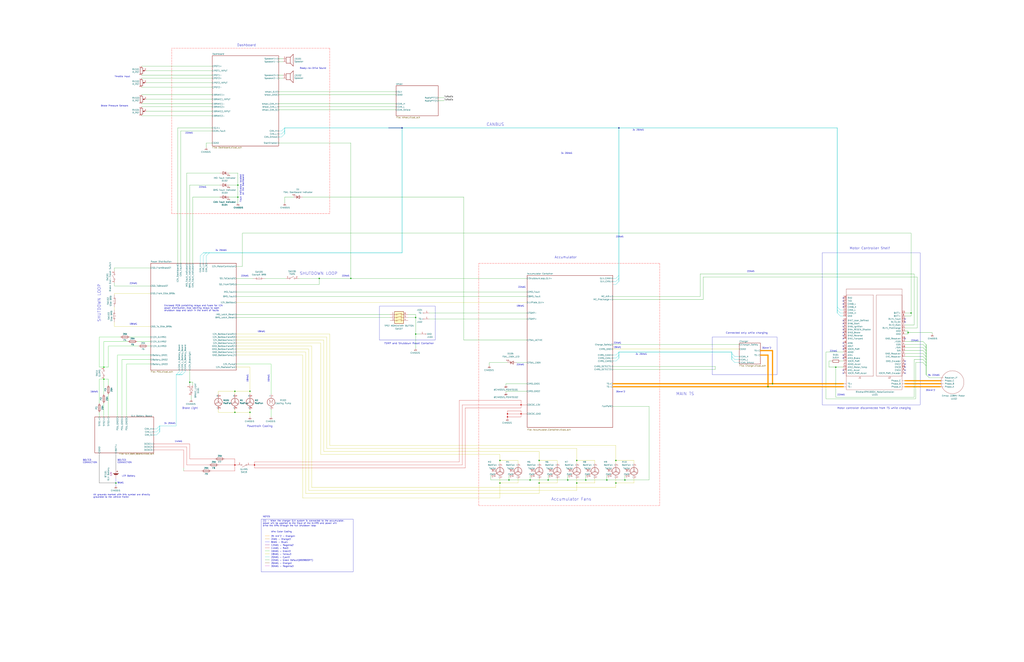
<source format=kicad_sch>
(kicad_sch (version 20230121) (generator eeschema)
  (paper "D")
  (title_block (title "NER 2021-2022 Master Electrical Schematic") (date "2023-02-01") (rev "19") (company "Northeastern Electric Racing") (comment 1 "https://github.com/Northeastern-Electric-Racing/NER") (comment 2 "For authors and other info, contact Chief Electrical Engineer"))
  (junction (at 87.63 309.88) (color 0 194 0 1))
  (junction (at 198.12 392.43) (color 194 0 0 1))
  (junction (at 454.66 407.67))
  (junction (at 486.41 407.67))
  (junction (at 519.43 388.62))
  (junction (at 339.09 107.95))
  (junction (at 494.03 405.13))
  (junction (at 421.64 407.67))
  (junction (at 350.52 281.94))
  (junction (at 486.41 388.62))
  (junction (at 427.99 351.79) (color 194 0 0 1))
  (junction (at 439.42 349.25) (color 194 0 0 1))
  (junction (at 295.91 234.95))
  (junction (at 651.51 323.85))
  (junction (at 521.97 107.95))
  (junction (at 527.05 405.13))
  (junction (at 519.43 407.67))
  (junction (at 160.02 322.58))
  (junction (at 427.99 349.25) (color 194 0 0 1))
  (junction (at 198.12 347.98))
  (junction (at 97.79 407.67))
  (junction (at 462.28 405.13))
  (junction (at 765.81 280.67))
  (junction (at 269.24 234.95))
  (junction (at 198.12 330.2))
  (junction (at 200.66 166.37))
  (junction (at 768.35 264.16))
  (junction (at 421.64 388.62))
  (junction (at 350.52 267.97))
  (junction (at 429.26 405.13))
  (junction (at 214.63 392.43) (color 194 0 0 1))
  (junction (at 454.66 388.62))
  (junction (at 439.42 341.63) (color 194 0 0 1))
  (junction (at 647.7 326.39))
  (junction (at 210.82 330.2))
  (junction (at 478.79 405.13))
  (junction (at 210.82 347.98))
  (junction (at 447.04 405.13))
  (junction (at 87.63 320.04) (color 0 194 0 1))
  (junction (at 511.81 405.13))
  (junction (at 704.85 309.88))
  (junction (at 200.66 156.21))
  (no_connect (at 763.27 314.96))
  (no_connect (at 711.2 283.21))
  (no_connect (at 711.2 251.46))
  (no_connect (at 711.2 273.05))
  (no_connect (at 763.27 304.8))
  (no_connect (at 711.2 299.72))
  (no_connect (at 711.2 292.1))
  (no_connect (at 711.2 285.75))
  (no_connect (at 711.2 278.13))
  (no_connect (at 711.2 302.26))
  (no_connect (at 711.2 314.96))
  (no_connect (at 711.2 275.59))
  (no_connect (at 711.2 259.08))
  (no_connect (at 711.2 289.56))
  (no_connect (at 711.2 280.67))
  (no_connect (at 763.27 307.34))
  (no_connect (at 763.27 271.78))
  (no_connect (at 763.27 309.88))
  (no_connect (at 763.27 285.75))
  (no_connect (at 763.27 312.42))
  (no_connect (at 711.2 256.54))
  (no_connect (at 711.2 254))
  (no_connect (at 711.2 270.51))
  (no_connect (at 711.2 294.64))
  (no_connect (at 711.2 312.42))
  (no_connect (at 763.27 269.24))
  (bus_entry (at 778.51 303.53) (size 2.54 2.54))
  (bus_entry (at 778.51 300.99) (size 2.54 2.54))
  (bus_entry (at 778.51 293.37) (size 2.54 2.54))
  (bus_entry (at 171.45 215.9) (size 2.54 -2.54) (stroke (width 0) (color 0 194 194 1)))
  (bus_entry (at 708.66 266.7) (size -2.54 -2.54) (stroke (width 0) (color 0 194 194 1)))
  (bus_entry (at 617.22 300.99) (size 2.54 2.54) (stroke (width 0) (color 0 194 194 1)))
  (bus_entry (at 156.21 313.69) (size -2.54 2.54) (stroke (width 0) (color 0 194 194 1)))
  (bus_entry (at 708.66 264.16) (size -2.54 -2.54) (stroke (width 0) (color 0 194 194 1)))
  (bus_entry (at 519.43 304.8) (size 2.54 -2.54) (stroke (width 0) (color 0 194 194 1)))
  (bus_entry (at 783.59 318.77) (size -2.54 -2.54))
  (bus_entry (at 778.51 306.07) (size 2.54 2.54))
  (bus_entry (at 519.43 240.03) (size 2.54 -2.54) (stroke (width 0) (color 0 194 194 1)))
  (bus_entry (at 778.51 298.45) (size 2.54 2.54))
  (bus_entry (at 132.08 367.03) (size 2.54 -2.54) (stroke (width 0) (color 0 194 194 1)))
  (bus_entry (at 168.91 215.9) (size 2.54 -2.54) (stroke (width 0) (color 0 194 194 1)))
  (bus_entry (at 151.13 313.69) (size -2.54 2.54) (stroke (width 0) (color 0 194 194 1)))
  (bus_entry (at 132.08 361.95) (size 2.54 -2.54) (stroke (width 0) (color 0 194 194 1)))
  (bus_entry (at 132.08 364.49) (size 2.54 -2.54) (stroke (width 0) (color 0 194 194 1)))
  (bus_entry (at 173.99 215.9) (size 2.54 -2.54) (stroke (width 0) (color 0 194 194 1)))
  (bus_entry (at 519.43 234.95) (size 2.54 -2.54) (stroke (width 0) (color 0 194 194 1)))
  (bus_entry (at 706.12 259.08) (size 2.54 2.54) (stroke (width 0) (color 0 194 194 1)))
  (bus_entry (at 153.67 313.69) (size -2.54 2.54) (stroke (width 0) (color 0 194 194 1)))
  (bus_entry (at 778.51 295.91) (size 2.54 2.54))
  (bus_entry (at 519.43 299.72) (size 2.54 -2.54) (stroke (width 0) (color 0 194 194 1)))
  (bus_entry (at 778.51 288.29) (size 2.54 2.54))
  (bus_entry (at 619.76 300.99) (size -2.54 -2.54) (stroke (width 0) (color 0 194 194 1)))
  (bus_entry (at 237.49 113.03) (size 2.54 -2.54) (stroke (width 0) (color 0 194 194 1)))
  (bus_entry (at 237.49 115.57) (size 2.54 -2.54) (stroke (width 0) (color 0 194 194 1)))
  (bus_entry (at 521.97 299.72) (size -2.54 2.54) (stroke (width 0) (color 0 194 194 1)))
  (bus_entry (at 521.97 234.95) (size -2.54 2.54) (stroke (width 0) (color 0 194 194 1)))
  (bus_entry (at 778.51 290.83) (size 2.54 2.54))
  (bus_entry (at 237.49 110.49) (size 2.54 -2.54) (stroke (width 0) (color 0 194 194 1)))
  (bus_entry (at 619.76 306.07) (size -2.54 -2.54) (stroke (width 0) (color 0 194 194 1)))
  (wire (pts (xy 257.81 416.56) (xy 454.66 416.56)) (stroke (width 0) (color 194 194 0 1)))
  (wire (pts (xy 129.54 374.65) (xy 160.02 374.65)) (stroke (width 0) (color 194 0 0 1)))
  (wire (pts (xy 96.52 241.3) (xy 127 241.3)))
  (bus (pts (xy 240.03 110.49) (xy 240.03 107.95)) (stroke (width 0) (color 0 194 194 1)))
  (bus (pts (xy 617.22 300.99) (xy 617.22 303.53)) (stroke (width 0) (color 0 194 194 1)))
  (bus (pts (xy 521.97 297.18) (xy 617.22 297.18)) (stroke (width 0) (color 0 194 194 1)))
  (wire (pts (xy 387.35 389.89) (xy 214.63 389.89)) (stroke (width 0) (color 194 0 0 1)))
  (wire (pts (xy 511.81 405.13) (xy 494.03 405.13)))
  (wire (pts (xy 210.82 347.98) (xy 210.82 351.79)) (stroke (width 0) (color 194 194 0 1)))
  (wire (pts (xy 516.89 250.19) (xy 590.55 250.19)))
  (wire (pts (xy 275.59 284.48) (xy 275.59 378.46)) (stroke (width 0) (color 194 194 0 1)))
  (wire (pts (xy 96.52 261.62) (xy 96.52 259.08)) (stroke (width 0) (color 194 194 0 1)))
  (wire (pts (xy 763.27 266.7) (xy 768.35 266.7)))
  (bus (pts (xy 521.97 299.72) (xy 521.97 302.26)) (stroke (width 0) (color 0 194 194 1)))
  (wire (pts (xy 763.27 281.94) (xy 765.81 281.94)))
  (wire (pts (xy 711.2 264.16) (xy 708.66 264.16)) (stroke (width 0) (color 0 194 194 1)))
  (wire (pts (xy 234.95 63.5) (xy 238.76 63.5)))
  (wire (pts (xy 160.02 387.35) (xy 181.61 387.35)) (stroke (width 0) (color 194 0 0 1)))
  (wire (pts (xy 91.44 332.74) (xy 91.44 351.79)) (stroke (width 0) (color 0 194 0 1)))
  (wire (pts (xy 148.59 359.41) (xy 134.62 359.41)) (stroke (width 0) (color 0 194 194 1)))
  (wire (pts (xy 119.38 73.66) (xy 179.07 73.66)))
  (wire (pts (xy 516.89 294.64) (xy 623.57 294.64)) (stroke (width 0) (color 194 194 0 1)))
  (wire (pts (xy 454.66 403.86) (xy 454.66 407.67)) (stroke (width 0) (color 194 194 0 1)))
  (wire (pts (xy 184.15 330.2) (xy 184.15 332.74)) (stroke (width 0) (color 194 194 0 1)))
  (polyline (pts (xy 297.815 438.15) (xy 220.345 438.15)))
  (wire (pts (xy 87.63 320.04) (xy 83.82 320.04)) (stroke (width 0) (color 0 194 0 1)))
  (wire (pts (xy 199.39 292.1) (xy 262.89 292.1)) (stroke (width 0) (color 194 194 0 1)))
  (polyline (pts (xy 278.13 180.34) (xy 144.78 180.34)) (stroke (width 0) (type dash) (color 255 0 0 1)))
  (wire (pts (xy 223.52 469.9) (xy 227.33 469.9)) (stroke (width 0) (color 0 194 194 1)))
  (bus (pts (xy 617.22 298.45) (xy 617.22 300.99)) (stroke (width 0) (color 0 194 194 1)))
  (bus (pts (xy 153.67 316.23) (xy 151.13 316.23)) (stroke (width 0) (color 0 194 194 1)))
  (wire (pts (xy 234.95 92.71) (xy 334.01 92.71)))
  (wire (pts (xy 87.63 320.04) (xy 91.44 320.04)) (stroke (width 0) (color 0 194 0 1)))
  (wire (pts (xy 435.61 306.07) (xy 444.5 306.07)))
  (wire (pts (xy 389.89 341.63) (xy 389.89 392.43)) (stroke (width 0) (color 194 0 0 1)))
  (wire (pts (xy 763.27 276.86) (xy 773.43 276.86)))
  (wire (pts (xy 763.27 264.16) (xy 768.35 264.16)))
  (wire (pts (xy 772.16 306.07) (xy 778.51 306.07)))
  (wire (pts (xy 501.65 388.62) (xy 501.65 391.16)) (stroke (width 0) (color 194 194 0 1)))
  (bus (pts (xy 706.12 107.95) (xy 521.97 107.95)) (stroke (width 0) (color 0 194 194 1)))
  (wire (pts (xy 547.37 342.9) (xy 547.37 405.13)))
  (bus (pts (xy 781.05 290.83) (xy 781.05 293.37)) (stroke (width 0) (color 0 150 0 1)))
  (bus (pts (xy 781.05 293.37) (xy 781.05 295.91)) (stroke (width 0) (color 0 150 0 1)))
  (polyline (pts (xy 278.13 40.64) (xy 144.78 40.64)) (stroke (width 0) (type dash) (color 255 0 0 1)))
  (wire (pts (xy 426.72 323.85) (xy 426.72 325.12)))
  (wire (pts (xy 171.45 222.25) (xy 171.45 215.9)) (stroke (width 0) (color 0 194 194 1)))
  (wire (pts (xy 275.59 378.46) (xy 486.41 378.46)) (stroke (width 0) (color 194 194 0 1)))
  (wire (pts (xy 273.05 381) (xy 454.66 381)) (stroke (width 0) (color 194 194 0 1)))
  (wire (pts (xy 421.64 407.67) (xy 436.88 407.67)) (stroke (width 0) (color 194 194 0 1)))
  (wire (pts (xy 127 299.72) (xy 99.06 299.72)) (stroke (width 0) (color 0 194 0 1)))
  (wire (pts (xy 234.95 77.47) (xy 334.01 77.47)))
  (wire (pts (xy 160.02 156.21) (xy 185.42 156.21)))
  (wire (pts (xy 240.03 166.37) (xy 247.65 166.37)))
  (wire (pts (xy 547.37 405.13) (xy 527.05 405.13)))
  (wire (pts (xy 447.04 405.13) (xy 429.26 405.13)))
  (wire (pts (xy 469.9 388.62) (xy 454.66 388.62)) (stroke (width 0) (color 194 194 0 1)))
  (wire (pts (xy 447.04 401.32) (xy 447.04 405.13)))
  (wire (pts (xy 704.85 309.88) (xy 704.85 335.28)))
  (wire (pts (xy 96.52 247.65) (xy 127 247.65)) (stroke (width 0) (color 194 194 0 1)))
  (wire (pts (xy 148.59 316.23) (xy 148.59 359.41)) (stroke (width 0) (color 0 194 194 1)))
  (wire (pts (xy 439.42 341.63) (xy 439.42 344.17)) (stroke (width 0) (color 194 0 0 1)))
  (wire (pts (xy 154.94 394.97) (xy 154.94 397.51)))
  (wire (pts (xy 516.89 290.83) (xy 623.57 290.83)))
  (wire (pts (xy 462.28 401.32) (xy 462.28 405.13)))
  (polyline (pts (xy 775.97 213.36) (xy 775.97 341.63)))
  (wire (pts (xy 486.41 388.62) (xy 486.41 391.16)) (stroke (width 0) (color 194 194 0 1)))
  (wire (pts (xy 119.38 63.5) (xy 179.07 63.5)))
  (polyline (pts (xy 600.71 284.48) (xy 655.32 284.48)))
  (wire (pts (xy 444.5 330.2) (xy 426.72 330.2)))
  (bus (pts (xy 151.13 316.23) (xy 148.59 316.23)) (stroke (width 0) (color 0 194 194 1)))
  (wire (pts (xy 199.39 299.72) (xy 255.27 299.72)) (stroke (width 0) (color 194 194 0 1)))
  (wire (pts (xy 199.39 287.02) (xy 273.05 287.02)) (stroke (width 0) (color 194 194 0 1)))
  (wire (pts (xy 623.57 300.99) (xy 619.76 300.99)) (stroke (width 0) (color 0 194 194 1)))
  (wire (pts (xy 96.52 271.78) (xy 96.52 275.59)) (stroke (width 0) (color 194 194 0 1)))
  (wire (pts (xy 87.63 320.04) (xy 87.63 332.74)) (stroke (width 0) (color 0 194 0 1)))
  (wire (pts (xy 439.42 349.25) (xy 427.99 349.25)) (stroke (width 0) (color 194 0 0 1)))
  (wire (pts (xy 123.19 83.82) (xy 179.07 83.82)))
  (wire (pts (xy 270.51 289.56) (xy 199.39 289.56)) (stroke (width 0) (color 194 194 0 1)))
  (wire (pts (xy 711.2 266.7) (xy 708.66 266.7)) (stroke (width 0) (color 0 194 194 1)))
  (wire (pts (xy 421.64 403.86) (xy 421.64 407.67)) (stroke (width 0) (color 194 194 0 1)))
  (wire (pts (xy 439.42 351.79) (xy 427.99 351.79)) (stroke (width 0) (color 194 0 0 1)))
  (bus (pts (xy 521.97 232.41) (xy 521.97 234.95)) (stroke (width 0) (color 0 194 194 1)))
  (wire (pts (xy 200.66 166.37) (xy 200.66 171.45)))
  (wire (pts (xy 162.56 325.12) (xy 162.56 322.58)))
  (wire (pts (xy 199.39 309.88) (xy 210.82 309.88)) (stroke (width 0) (color 194 194 0 1)))
  (wire (pts (xy 369.57 85.09) (xy 374.65 85.09)))
  (wire (pts (xy 439.42 337.82) (xy 387.35 337.82)) (stroke (width 0) (color 194 0 0 1)))
  (wire (pts (xy 421.64 407.67) (xy 421.64 420.37)) (stroke (width 0) (color 194 194 0 1)))
  (wire (pts (xy 193.04 156.21) (xy 200.66 156.21)))
  (wire (pts (xy 278.13 281.94) (xy 278.13 375.92)) (stroke (width 0) (color 194 194 0 1)))
  (wire (pts (xy 214.63 389.89) (xy 214.63 392.43)) (stroke (width 0) (color 194 0 0 1)))
  (wire (pts (xy 234.95 80.01) (xy 334.01 80.01)))
  (wire (pts (xy 469.9 403.86) (xy 469.9 407.67)) (stroke (width 0) (color 194 194 0 1)))
  (wire (pts (xy 387.35 337.82) (xy 387.35 389.89)) (stroke (width 0) (color 194 0 0 1)))
  (polyline (pts (xy 600.71 316.23) (xy 600.71 284.48)))
  (wire (pts (xy 783.59 318.77) (xy 793.115 318.77)))
  (polyline (pts (xy 403.86 426.72) (xy 403.86 222.25)) (stroke (width 0) (type dash) (color 255 0 0 1)))
  (wire (pts (xy 763.27 326.39) (xy 793.115 326.39)) (stroke (width 1) (color 255 153 0 1)))
  (polyline (pts (xy 367.03 287.02) (xy 367.03 258.445)))
  (wire (pts (xy 641.35 299.72) (xy 647.7 299.72)) (stroke (width 1) (color 255 153 0 1)))
  (bus (pts (xy 521.97 234.95) (xy 521.97 237.49)) (stroke (width 0) (color 0 194 194 1)))
  (wire (pts (xy 623.57 303.53) (xy 619.76 303.53)) (stroke (width 0) (color 0 194 194 1)))
  (wire (pts (xy 516.89 299.72) (xy 519.43 299.72)) (stroke (width 0) (color 0 194 194 1)))
  (wire (pts (xy 768.35 264.16) (xy 768.35 266.7)))
  (wire (pts (xy 270.51 383.54) (xy 421.64 383.54)) (stroke (width 0) (color 194 194 0 1)))
  (wire (pts (xy 641.35 295.91) (xy 651.51 295.91)) (stroke (width 1) (color 255 153 0 1)))
  (wire (pts (xy 204.47 224.79) (xy 199.39 224.79)))
  (wire (pts (xy 763.27 279.4) (xy 765.81 279.4)))
  (wire (pts (xy 501.65 403.86) (xy 501.65 407.67)) (stroke (width 0) (color 194 194 0 1)))
  (wire (pts (xy 486.41 378.46) (xy 486.41 388.62)) (stroke (width 0) (color 194 194 0 1)))
  (wire (pts (xy 97.79 407.67) (xy 83.82 407.67)) (stroke (width 0) (color 0 0 0 1)))
  (bus (pts (xy 339.09 107.95) (xy 521.97 107.95)) (stroke (width 0) (color 0 194 194 1)))
  (wire (pts (xy 153.67 312.42) (xy 153.67 313.69)) (stroke (width 0) (color 0 194 194 1)))
  (wire (pts (xy 519.43 407.67) (xy 534.67 407.67)) (stroke (width 0) (color 194 194 0 1)))
  (wire (pts (xy 96.52 275.59) (xy 127 275.59)) (stroke (width 0) (color 194 194 0 1)))
  (wire (pts (xy 768.35 196.85) (xy 768.35 264.16)))
  (wire (pts (xy 534.67 388.62) (xy 534.67 391.16)) (stroke (width 0) (color 194 194 0 1)))
  (wire (pts (xy 519.43 388.62) (xy 534.67 388.62)) (stroke (width 0) (color 194 194 0 1)))
  (bus (pts (xy 781.05 300.99) (xy 781.05 303.53)) (stroke (width 0) (color 0 150 0 1)))
  (wire (pts (xy 770.89 274.32) (xy 763.27 274.32)))
  (wire (pts (xy 173.99 222.25) (xy 173.99 215.9)) (stroke (width 0) (color 0 194 194 1)))
  (wire (pts (xy 199.39 250.19) (xy 444.5 250.19)))
  (wire (pts (xy 469.9 388.62) (xy 469.9 391.16)) (stroke (width 0) (color 194 194 0 1)))
  (wire (pts (xy 87.63 288.29) (xy 87.63 309.88)) (stroke (width 0) (color 0 194 0 1)))
  (wire (pts (xy 223.52 234.95) (xy 241.3 234.95)))
  (wire (pts (xy 149.86 222.25) (xy 149.86 107.95)))
  (wire (pts (xy 199.39 240.03) (xy 269.24 240.03)))
  (bus (pts (xy 781.05 298.45) (xy 781.05 300.99)) (stroke (width 0) (color 0 150 0 1)))
  (wire (pts (xy 763.27 321.31) (xy 793.115 321.31)) (stroke (width 1) (color 255 153 0 1)))
  (bus (pts (xy 781.05 308.61) (xy 781.05 316.23)) (stroke (width 0) (color 0 150 0 1)))
  (wire (pts (xy 426.72 330.2) (xy 426.72 331.47)))
  (wire (pts (xy 260.35 414.02) (xy 486.41 414.02)) (stroke (width 0) (color 194 194 0 1)))
  (wire (pts (xy 603.25 311.785) (xy 516.89 311.785)))
  (wire (pts (xy 127 226.06) (xy 96.52 226.06)))
  (wire (pts (xy 223.52 454.66) (xy 227.33 454.66)) (stroke (width 0) (color 221 133 0 1)))
  (wire (pts (xy 198.12 392.43) (xy 198.12 397.51)) (stroke (width 0) (color 194 0 0 1)))
  (bus (pts (xy 171.45 213.36) (xy 173.99 213.36)) (stroke (width 0) (color 0 194 194 1)))
  (wire (pts (xy 255.27 166.37) (xy 391.16 166.37)))
  (wire (pts (xy 273.05 287.02) (xy 273.05 381)) (stroke (width 0) (color 194 194 0 1)))
  (wire (pts (xy 501.65 388.62) (xy 486.41 388.62)) (stroke (width 0) (color 194 194 0 1)))
  (wire (pts (xy 199.39 255.27) (xy 444.5 255.27)) (stroke (width 0) (color 194 194 0 1)))
  (wire (pts (xy 260.35 294.64) (xy 260.35 414.02)) (stroke (width 0) (color 194 194 0 1)))
  (wire (pts (xy 223.52 459.74) (xy 227.33 459.74)) (stroke (width 0) (color 132 0 132 1)))
  (wire (pts (xy 87.63 309.88) (xy 91.44 309.88)) (stroke (width 0) (color 0 194 0 1)))
  (wire (pts (xy 439.42 344.17) (xy 392.43 344.17)) (stroke (width 0) (color 194 0 0 1)))
  (wire (pts (xy 516.89 234.95) (xy 519.43 234.95)) (stroke (width 0) (color 0 194 194 1)))
  (wire (pts (xy 392.43 344.17) (xy 392.43 394.97)) (stroke (width 0) (color 194 0 0 1)))
  (wire (pts (xy 162.56 166.37) (xy 185.42 166.37)))
  (wire (pts (xy 436.88 403.86) (xy 436.88 407.67)) (stroke (width 0) (color 194 194 0 1)))
  (polyline (pts (xy 693.42 341.63) (xy 693.42 213.36)))
  (wire (pts (xy 107.95 288.29) (xy 87.63 288.29)) (stroke (width 0) (color 0 194 0 1)))
  (bus (pts (xy 521.97 297.18) (xy 521.97 299.72)) (stroke (width 0) (color 0 194 194 1)))
  (wire (pts (xy 210.82 330.2) (xy 210.82 332.74)) (stroke (width 0) (color 194 194 0 1)))
  (wire (pts (xy 124.46 292.1) (xy 127 292.1)) (stroke (width 0) (color 0 194 0 1)))
  (wire (pts (xy 651.51 295.91) (xy 651.51 323.85)) (stroke (width 1) (color 255 153 0 1)))
  (wire (pts (xy 152.4 110.49) (xy 179.07 110.49)))
  (wire (pts (xy 204.47 196.85) (xy 204.47 224.79)))
  (wire (pts (xy 119.38 90.17) (xy 179.07 90.17)))
  (wire (pts (xy 251.46 234.95) (xy 269.24 234.95)))
  (wire (pts (xy 696.595 336.55) (xy 772.16 336.55)))
  (wire (pts (xy 157.48 392.43) (xy 157.48 377.19)) (stroke (width 0) (color 194 0 0 1)))
  (wire (pts (xy 494.03 405.13) (xy 478.79 405.13)))
  (wire (pts (xy 240.03 171.45) (xy 240.03 166.37)))
  (wire (pts (xy 516.89 323.85) (xy 651.51 323.85)) (stroke (width 1) (color 255 153 0 1)))
  (wire (pts (xy 83.82 309.88) (xy 87.63 309.88)) (stroke (width 0) (color 0 194 0 1)))
  (wire (pts (xy 210.82 309.88) (xy 210.82 330.2)) (stroke (width 0) (color 194 194 0 1)))
  (wire (pts (xy 454.66 381) (xy 454.66 388.62)) (stroke (width 0) (color 194 194 0 1)))
  (wire (pts (xy 519.43 375.92) (xy 278.13 375.92)) (stroke (width 0) (color 194 194 0 1)))
  (wire (pts (xy 593.09 233.68) (xy 593.09 252.73)))
  (wire (pts (xy 214.63 392.43) (xy 389.89 392.43)) (stroke (width 0) (color 194 0 0 1)))
  (wire (pts (xy 173.99 120.65) (xy 173.99 124.46)))
  (wire (pts (xy 516.89 304.8) (xy 519.43 304.8)) (stroke (width 0) (color 0 194 194 1)))
  (wire (pts (xy 198.12 330.2) (xy 184.15 330.2)) (stroke (width 0) (color 194 194 0 1)))
  (wire (pts (xy 511.81 401.32) (xy 511.81 405.13)))
  (wire (pts (xy 199.39 265.43) (xy 328.93 265.43)))
  (wire (pts (xy 91.44 292.1) (xy 91.44 309.88)) (stroke (width 0) (color 0 194 0 1)))
  (wire (pts (xy 711.2 261.62) (xy 708.66 261.62)) (stroke (width 0) (color 0 194 194 1)))
  (wire (pts (xy 699.135 304.8) (xy 699.135 309.88)))
  (wire (pts (xy 711.2 304.8) (xy 708.66 304.8)))
  (wire (pts (xy 516.89 326.39) (xy 647.7 326.39)) (stroke (width 1) (color 255 153 0 1)))
  (wire (pts (xy 162.56 322.58) (xy 160.02 322.58)))
  (wire (pts (xy 157.48 222.25) (xy 157.48 146.05)))
  (wire (pts (xy 83.82 382.27) (xy 83.82 407.67)) (stroke (width 0) (color 0 0 0 1)))
  (wire (pts (xy 123.19 93.98) (xy 179.07 93.98)))
  (bus (pts (xy 240.03 107.95) (xy 339.09 107.95)) (stroke (width 0) (color 0 194 194 1)))
  (bus (pts (xy 617.22 297.18) (xy 617.22 298.45)) (stroke (width 0) (color 0 194 194 1)))
  (polyline (pts (xy 320.04 287.02) (xy 367.03 287.02)))
  (wire (pts (xy 772.16 336.55) (xy 772.16 306.07)))
  (wire (pts (xy 96.52 248.92) (xy 96.52 247.65)) (stroke (width 0) (color 194 194 0 1)))
  (wire (pts (xy 444.5 349.25) (xy 439.42 349.25)) (stroke (width 0) (color 194 0 0 1)))
  (wire (pts (xy 210.82 345.44) (xy 210.82 347.98)) (stroke (width 0) (color 194 194 0 1)))
  (wire (pts (xy 350.52 281.94) (xy 350.52 294.005)))
  (wire (pts (xy 97.79 403.86) (xy 97.79 407.67)) (stroke (width 0) (color 0 0 255 1)))
  (wire (pts (xy 429.26 405.13) (xy 414.02 405.13)))
  (wire (pts (xy 765.81 279.4) (xy 765.81 280.67)))
  (wire (pts (xy 478.79 405.13) (xy 462.28 405.13)))
  (polyline (pts (xy 775.97 213.36) (xy 693.42 213.36)))
  (wire (pts (xy 439.42 337.82) (xy 439.42 341.63)) (stroke (width 0) (color 194 0 0 1)))
  (wire (pts (xy 454.66 407.67) (xy 469.9 407.67)) (stroke (width 0) (color 194 194 0 1)))
  (wire (pts (xy 179.07 120.65) (xy 173.99 120.65)))
  (wire (pts (xy 184.15 345.44) (xy 184.15 347.98)) (stroke (width 0) (color 194 194 0 1)))
  (wire (pts (xy 278.13 281.94) (xy 199.39 281.94)) (stroke (width 0) (color 194 194 0 1)))
  (wire (pts (xy 519.43 388.62) (xy 519.43 375.92)) (stroke (width 0) (color 194 194 0 1)))
  (wire (pts (xy 199.39 234.95) (xy 213.36 234.95)))
  (wire (pts (xy 699.135 304.8) (xy 701.04 304.8)))
  (polyline (pts (xy 220.345 482.6) (xy 297.815 482.6)))
  (wire (pts (xy 101.6 284.48) (xy 83.82 284.48)) (stroke (width 0) (color 0 194 0 1)))
  (wire (pts (xy 651.51 323.85) (xy 711.2 323.85)) (stroke (width 1) (color 255 153 0 1)))
  (wire (pts (xy 199.39 307.34) (xy 228.6 307.34)) (stroke (width 0) (color 0 194 0 1)))
  (wire (pts (xy 295.91 234.95) (xy 444.5 234.95)))
  (wire (pts (xy 763.27 323.85) (xy 793.115 323.85)) (stroke (width 1) (color 255 153 0 1)))
  (wire (pts (xy 129.54 361.95) (xy 132.08 361.95)) (stroke (width 0) (color 0 194 194 1)))
  (wire (pts (xy 184.15 347.98) (xy 198.12 347.98)) (stroke (width 0) (color 194 194 0 1)))
  (wire (pts (xy 116.84 292.1) (xy 91.44 292.1)) (stroke (width 0) (color 0 194 0 1)))
  (wire (pts (xy 152.4 222.25) (xy 152.4 110.49)))
  (wire (pts (xy 454.66 416.56) (xy 454.66 407.67)) (stroke (width 0) (color 194 194 0 1)))
  (wire (pts (xy 421.64 420.37) (xy 255.27 420.37)) (stroke (width 0) (color 194 194 0 1)))
  (wire (pts (xy 436.88 388.62) (xy 436.88 391.16)) (stroke (width 0) (color 194 194 0 1)))
  (wire (pts (xy 119.38 66.04) (xy 179.07 66.04)))
  (wire (pts (xy 486.41 414.02) (xy 486.41 407.67)) (stroke (width 0) (color 194 194 0 1)))
  (wire (pts (xy 91.44 320.04) (xy 91.44 325.12)) (stroke (width 0) (color 0 194 0 1)))
  (wire (pts (xy 786.13 280.67) (xy 786.13 281.94)))
  (polyline (pts (xy 220.345 438.15) (xy 220.345 482.6)))
  (wire (pts (xy 444.5 323.85) (xy 426.72 323.85)))
  (wire (pts (xy 534.67 403.86) (xy 534.67 407.67)) (stroke (width 0) (color 194 194 0 1)))
  (wire (pts (xy 234.95 49.53) (xy 238.76 49.53)))
  (wire (pts (xy 199.39 246.38) (xy 444.5 246.38)))
  (wire (pts (xy 429.26 401.32) (xy 429.26 405.13)))
  (wire (pts (xy 421.64 383.54) (xy 421.64 388.62)) (stroke (width 0) (color 194 194 0 1)))
  (wire (pts (xy 102.87 303.53) (xy 127 303.53)) (stroke (width 0) (color 0 194 0 1)))
  (bus (pts (xy 706.12 261.62) (xy 706.12 259.08)) (stroke (width 0) (color 0 194 194 1)))
  (wire (pts (xy 444.5 341.63) (xy 439.42 341.63)) (stroke (width 0) (color 194 0 0 1)))
  (wire (pts (xy 83.82 320.04) (xy 83.82 340.36)) (stroke (width 0) (color 0 194 0 1)))
  (wire (pts (xy 160.02 322.58) (xy 160.02 325.12)))
  (polyline (pts (xy 775.97 341.63) (xy 693.42 341.63)))
  (wire (pts (xy 106.68 351.79) (xy 106.68 307.34)) (stroke (width 0) (color 0 194 0 1)))
  (wire (pts (xy 765.81 280.67) (xy 786.13 280.67)))
  (wire (pts (xy 269.24 234.95) (xy 295.91 234.95)))
  (wire (pts (xy 350.52 265.43) (xy 350.52 267.97)))
  (bus (pts (xy 781.05 306.07) (xy 781.05 308.61)) (stroke (width 0) (color 0 150 0 1)))
  (wire (pts (xy 361.95 264.16) (xy 444.5 264.16)))
  (wire (pts (xy 160.02 374.65) (xy 160.02 387.35)) (stroke (width 0) (color 194 0 0 1)))
  (wire (pts (xy 773.43 276.86) (xy 773.43 233.68)))
  (bus (pts (xy 134.62 361.95) (xy 134.62 359.41)) (stroke (width 0) (color 0 194 194 1)))
  (wire (pts (xy 527.05 401.32) (xy 527.05 405.13)))
  (wire (pts (xy 193.04 166.37) (xy 200.66 166.37)))
  (wire (pts (xy 204.47 196.85) (xy 768.35 196.85)))
  (wire (pts (xy 704.85 309.88) (xy 699.135 309.88)))
  (wire (pts (xy 439.42 349.25) (xy 439.42 351.79)) (stroke (width 0) (color 194 0 0 1)))
  (wire (pts (xy 412.75 306.07) (xy 427.99 306.07)))
  (wire (pts (xy 486.41 403.86) (xy 486.41 407.67)) (stroke (width 0) (color 194 194 0 1)))
  (wire (pts (xy 516.89 240.03) (xy 519.43 240.03)) (stroke (width 0) (color 0 194 194 1)))
  (wire (pts (xy 350.52 267.97) (xy 350.52 281.94)))
  (wire (pts (xy 436.88 388.62) (xy 421.64 388.62)) (stroke (width 0) (color 194 194 0 1)))
  (wire (pts (xy 778.51 288.29) (xy 763.27 288.29)))
  (wire (pts (xy 234.95 115.57) (xy 237.49 115.57)) (stroke (width 0) (color 0 194 194 1)))
  (wire (pts (xy 160.02 222.25) (xy 160.02 156.21)))
  (wire (pts (xy 262.89 411.48) (xy 519.43 411.48)) (stroke (width 0) (color 194 194 0 1)))
  (wire (pts (xy 412.75 306.07) (xy 412.75 308.61)))
  (wire (pts (xy 696.595 297.18) (xy 696.595 336.55)))
  (wire (pts (xy 255.27 420.37) (xy 255.27 299.72)) (stroke (width 0) (color 194 194 0 1)))
  (wire (pts (xy 200.66 156.21) (xy 200.66 166.37)))
  (wire (pts (xy 439.42 341.63) (xy 389.89 341.63)) (stroke (width 0) (color 194 0 0 1)))
  (wire (pts (xy 516.89 342.9) (xy 547.37 342.9)))
  (wire (pts (xy 711.2 297.18) (xy 696.595 297.18)))
  (wire (pts (xy 223.52 464.82) (xy 227.33 464.82)) (stroke (width 0) (color 0 194 0 1)))
  (wire (pts (xy 199.39 284.48) (xy 275.59 284.48)) (stroke (width 0) (color 194 194 0 1)))
  (wire (pts (xy 193.04 146.05) (xy 200.66 146.05)))
  (wire (pts (xy 198.12 330.2) (xy 198.12 332.74)) (stroke (width 0) (color 194 194 0 1)))
  (wire (pts (xy 763.27 300.99) (xy 778.51 300.99)))
  (wire (pts (xy 210.82 392.43) (xy 214.63 392.43)) (stroke (width 0) (color 194 0 0 1)))
  (wire (pts (xy 516.89 302.26) (xy 519.43 302.26)) (stroke (width 0) (color 0 194 194 1)))
  (bus (pts (xy 339.09 107.95) (xy 327.66 107.95)))
  (bus (pts (xy 134.62 364.49) (xy 134.62 361.95)) (stroke (width 0) (color 0 194 194 1)))
  (wire (pts (xy 234.95 90.17) (xy 334.01 90.17)))
  (wire (pts (xy 223.52 467.36) (xy 227.33 467.36)) (stroke (width 0) (color 194 194 0 1)))
  (polyline (pts (xy 600.71 316.23) (xy 655.32 316.23)))
  (wire (pts (xy 269.24 234.95) (xy 269.24 240.03)))
  (wire (pts (xy 83.82 284.48) (xy 83.82 309.88)) (stroke (width 0) (color 0 194 0 1)))
  (wire (pts (xy 200.66 146.05) (xy 200.66 156.21)))
  (wire (pts (xy 151.13 312.42) (xy 151.13 313.69)) (stroke (width 0) (color 0 194 194 1)))
  (wire (pts (xy 199.39 294.64) (xy 260.35 294.64)) (stroke (width 0) (color 194 194 0 1)))
  (wire (pts (xy 462.28 405.13) (xy 447.04 405.13)))
  (wire (pts (xy 478.79 401.32) (xy 478.79 405.13)))
  (wire (pts (xy 160.02 312.42) (xy 160.02 322.58)))
  (wire (pts (xy 223.52 457.2) (xy 227.33 457.2)) (stroke (width 0) (color 0 0 255 1)))
  (wire (pts (xy 391.16 287.02) (xy 391.16 166.37)))
  (wire (pts (xy 234.95 52.07) (xy 238.76 52.07)))
  (wire (pts (xy 87.63 340.36) (xy 87.63 351.79)) (stroke (width 0) (color 0 194 0 1)))
  (wire (pts (xy 184.15 392.43) (xy 198.12 392.43)) (stroke (width 0) (color 194 0 0 1)))
  (wire (pts (xy 199.39 267.97) (xy 328.93 267.97)))
  (bus (pts (xy 339.09 213.36) (xy 339.09 107.95)) (stroke (width 0) (color 0 194 194 1)))
  (wire (pts (xy 157.48 392.43) (xy 176.53 392.43)) (stroke (width 0) (color 194 0 0 1)))
  (wire (pts (xy 96.52 226.06) (xy 96.52 228.6)))
  (wire (pts (xy 223.52 474.98) (xy 227.33 474.98)) (stroke (width 0) (color 128 77 0 1)))
  (wire (pts (xy 647.7 326.39) (xy 711.2 326.39)) (stroke (width 1) (color 255 153 0 1)))
  (wire (pts (xy 106.68 307.34) (xy 127 307.34)) (stroke (width 0) (color 0 194 0 1)))
  (wire (pts (xy 257.81 297.18) (xy 257.81 416.56)) (stroke (width 0) (color 194 194 0 1)))
  (wire (pts (xy 519.43 403.86) (xy 519.43 407.67)) (stroke (width 0) (color 194 194 0 1)))
  (wire (pts (xy 123.19 69.85) (xy 179.07 69.85)))
  (wire (pts (xy 234.95 110.49) (xy 237.49 110.49)) (stroke (width 0) (color 0 194 194 1)))
  (wire (pts (xy 344.17 267.97) (xy 350.52 267.97)))
  (wire (pts (xy 711.2 309.88) (xy 704.85 309.88)))
  (wire (pts (xy 590.55 250.19) (xy 590.55 231.14)))
  (wire (pts (xy 350.52 281.94) (xy 354.33 281.94)))
  (wire (pts (xy 154.94 397.51) (xy 170.18 397.51)) (stroke (width 0) (color 194 0 0 1)))
  (bus (pts (xy 706.12 264.16) (xy 706.12 261.62)) (stroke (width 0) (color 0 194 194 1)))
  (polyline (pts (xy 278.13 40.64) (xy 278.13 180.34)) (stroke (width 0) (type dash) (color 255 0 0 1)))
  (wire (pts (xy 109.22 284.48) (xy 127 284.48)) (stroke (width 0) (color 0 194 0 1)))
  (wire (pts (xy 129.54 377.19) (xy 157.48 377.19)) (stroke (width 0) (color 194 0 0 1)))
  (wire (pts (xy 102.87 351.79) (xy 102.87 303.53)) (stroke (width 0) (color 0 194 0 1)))
  (wire (pts (xy 770.89 231.14) (xy 770.89 274.32)))
  (polyline (pts (xy 320.04 258.445) (xy 320.04 287.02)))
  (wire (pts (xy 123.19 59.69) (xy 179.07 59.69)))
  (polyline (pts (xy 556.26 222.25) (xy 403.86 222.25)) (stroke (width 0) (type dash) (color 255 0 0 1)))
  (polyline (pts (xy 556.26 222.25) (xy 556.26 426.72)) (stroke (width 0) (type dash) (color 255 0 0 1)))
  (wire (pts (xy 765.81 280.67) (xy 765.81 281.94)))
  (wire (pts (xy 454.66 388.62) (xy 454.66 391.16)) (stroke (width 0) (color 194 194 0 1)))
  (wire (pts (xy 444.5 287.02) (xy 391.16 287.02)))
  (wire (pts (xy 198.12 392.43) (xy 198.12 387.35)) (stroke (width 0) (color 194 0 0 1)))
  (bus (pts (xy 173.99 213.36) (xy 176.53 213.36)) (stroke (width 0) (color 0 194 194 1)))
  (bus (pts (xy 521.97 107.95) (xy 521.97 232.41)) (stroke (width 0) (color 0 194 194 1)))
  (wire (pts (xy 223.52 477.52) (xy 227.33 477.52)) (stroke (width 0) (color 194 0 194 1)))
  (wire (pts (xy 119.38 55.88) (xy 179.07 55.88)))
  (wire (pts (xy 603.25 309.245) (xy 603.25 311.785)))
  (bus (pts (xy 781.05 295.91) (xy 781.05 298.45)) (stroke (width 0) (color 0 150 0 1)))
  (wire (pts (xy 157.48 146.05) (xy 185.42 146.05)))
  (wire (pts (xy 763.27 298.45) (xy 778.51 298.45)))
  (wire (pts (xy 97.79 396.24) (xy 97.79 382.27)) (stroke (width 0) (color 0 0 0 1)))
  (wire (pts (xy 647.7 299.72) (xy 647.7 326.39)) (stroke (width 1) (color 255 153 0 1)))
  (wire (pts (xy 83.82 347.98) (xy 83.82 351.79)) (stroke (width 0) (color 0 194 0 1)))
  (wire (pts (xy 344.17 265.43) (xy 350.52 265.43)))
  (wire (pts (xy 96.52 238.76) (xy 96.52 241.3)))
  (polyline (pts (xy 556.26 426.72) (xy 403.86 426.72)) (stroke (width 0) (type dash) (color 255 0 0 1)))
  (wire (pts (xy 223.52 452.12) (xy 227.33 452.12)) (stroke (width 0) (color 255 153 0 1)))
  (wire (pts (xy 361.95 269.24) (xy 444.5 269.24)))
  (wire (pts (xy 129.54 367.03) (xy 132.08 367.03)) (stroke (width 0) (color 0 194 194 1)))
  (wire (pts (xy 778.51 295.91) (xy 763.27 295.91)))
  (wire (pts (xy 295.91 120.65) (xy 295.91 234.95)))
  (wire (pts (xy 228.6 345.44) (xy 228.6 351.79)) (stroke (width 0) (color 0 194 0 1)))
  (wire (pts (xy 486.41 407.67) (xy 501.65 407.67)) (stroke (width 0) (color 194 194 0 1)))
  (wire (pts (xy 778.51 293.37) (xy 763.27 293.37)))
  (wire (pts (xy 770.89 335.28) (xy 770.89 303.53)))
  (wire (pts (xy 119.38 87.63) (xy 179.07 87.63)))
  (wire (pts (xy 129.54 379.73) (xy 154.94 379.73)) (stroke (width 0) (color 194 0 0 1)))
  (wire (pts (xy 623.57 306.07) (xy 619.76 306.07)) (stroke (width 0) (color 0 194 194 1)))
  (wire (pts (xy 369.57 82.55) (xy 374.65 82.55)))
  (wire (pts (xy 516.89 309.245) (xy 603.25 309.245)))
  (bus (pts (xy 176.53 213.36) (xy 339.09 213.36)) (stroke (width 0) (color 0 194 194 1)))
  (wire (pts (xy 223.52 462.28) (xy 227.33 462.28)) (stroke (width 0) (color 194 0 0 1)))
  (wire (pts (xy 773.43 233.68) (xy 593.09 233.68)))
  (wire (pts (xy 516.89 237.49) (xy 519.43 237.49)) (stroke (width 0) (color 0 194 194 1)))
  (wire (pts (xy 154.94 394.97) (xy 154.94 379.73)) (stroke (width 0) (color 194 0 0 1)))
  (wire (pts (xy 162.56 222.25) (xy 162.56 166.37)))
  (wire (pts (xy 593.09 252.73) (xy 516.89 252.73)))
  (wire (pts (xy 439.42 349.25) (xy 439.42 346.71)) (stroke (width 0) (color 194 0 0 1)))
  (wire (pts (xy 427.99 351.79) (xy 427.99 353.06)) (stroke (width 0) (color 194 0 0 1)))
  (polyline (pts (xy 655.32 284.48) (xy 655.32 316.23)))
  (polyline (pts (xy 367.03 258.445) (xy 320.04 258.445)))
  (wire (pts (xy 97.79 407.67) (xy 97.79 410.21)) (stroke (width 0) (color 0 0 255 1)))
  (wire (pts (xy 223.52 472.44) (xy 227.33 472.44)) (stroke (width 0) (color 0 150 0 1)))
  (wire (pts (xy 168.91 222.25) (xy 168.91 215.9)) (stroke (width 0) (color 0 194 194 1)))
  (wire (pts (xy 119.38 97.79) (xy 179.07 97.79)))
  (polyline (pts (xy 297.815 482.6) (xy 297.815 438.15)))
  (wire (pts (xy 156.21 312.42) (xy 156.21 313.69)) (stroke (width 0) (color 0 194 194 1)))
  (wire (pts (xy 494.03 401.32) (xy 494.03 405.13)))
  (wire (pts (xy 234.95 113.03) (xy 237.49 113.03)) (stroke (width 0) (color 0 194 194 1)))
  (wire (pts (xy 439.42 346.71) (xy 427.99 346.71)) (stroke (width 0) (color 194 0 0 1)))
  (wire (pts (xy 189.23 387.35) (xy 198.12 387.35)) (stroke (width 0) (color 194 0 0 1)))
  (wire (pts (xy 161.29 334.01) (xy 161.29 337.185)))
  (wire (pts (xy 129.54 364.49) (xy 132.08 364.49)) (stroke (width 0) (color 0 194 194 1)))
  (wire (pts (xy 262.89 292.1) (xy 262.89 411.48)) (stroke (width 0) (color 194 194 0 1)))
  (wire (pts (xy 228.6 307.34) (xy 228.6 332.74)) (stroke (width 0) (color 0 194 0 1)))
  (wire (pts (xy 414.02 405.13) (xy 414.02 401.32)))
  (bus (pts (xy 781.05 303.53) (xy 781.05 306.07)) (stroke (width 0) (color 0 150 0 1)))
  (wire (pts (xy 234.95 66.04) (xy 238.76 66.04)))
  (wire (pts (xy 199.39 297.18) (xy 257.81 297.18)) (stroke (width 0) (color 194 194 0 1)))
  (wire (pts (xy 392.43 394.97) (xy 214.63 394.97)) (stroke (width 0) (color 194 0 0 1)))
  (wire (pts (xy 115.57 288.29) (xy 127 288.29)) (stroke (width 0) (color 0 194 0 1)))
  (wire (pts (xy 99.06 299.72) (xy 99.06 351.79)) (stroke (width 0) (color 0 194 0 1)))
  (wire (pts (xy 149.86 107.95) (xy 179.07 107.95)))
  (wire (pts (xy 119.38 80.01) (xy 179.07 80.01)))
  (wire (pts (xy 778.51 290.83) (xy 763.27 290.83)))
  (wire (pts (xy 234.95 120.65) (xy 295.91 120.65)))
  (wire (pts (xy 519.43 388.62) (xy 519.43 391.16)) (stroke (width 0) (color 194 194 0 1)))
  (wire (pts (xy 198.12 347.98) (xy 210.82 347.98)) (stroke (width 0) (color 194 194 0 1)))
  (polyline (pts (xy 144.78 180.34) (xy 144.78 40.64)) (stroke (width 0) (type dash) (color 255 0 0 1)))
  (bus (pts (xy 706.12 259.08) (xy 706.12 107.95)) (stroke (width 0) (color 0 194 194 1)))
  (wire (pts (xy 427.99 349.25) (xy 427.99 351.79)) (stroke (width 0) (color 194 0 0 1)))
  (wire (pts (xy 270.51 289.56) (xy 270.51 383.54)) (stroke (width 0) (color 194 194 0 1)))
  (wire (pts (xy 421.64 388.62) (xy 421.64 391.16)) (stroke (width 0) (color 194 194 0 1)))
  (wire (pts (xy 527.05 405.13) (xy 511.81 405.13)))
  (wire (pts (xy 590.55 231.14) (xy 770.89 231.14)))
  (wire (pts (xy 200.66 392.43) (xy 198.12 392.43)) (stroke (width 0) (color 194 0 0 1)))
  (wire (pts (xy 234.95 87.63) (xy 334.01 87.63)))
  (wire (pts (xy 704.85 335.28) (xy 770.89 335.28)))
  (wire (pts (xy 427.99 346.71) (xy 427.99 349.25)) (stroke (width 0) (color 194 0 0 1)))
  (wire (pts (xy 770.89 303.53) (xy 778.51 303.53)))
  (wire (pts (xy 210.82 330.2) (xy 198.12 330.2)) (stroke (width 0) (color 194 194 0 1)))
  (wire (pts (xy 519.43 407.67) (xy 519.43 411.48)) (stroke (width 0) (color 194 194 0 1)))
  (wire (pts (xy 214.63 394.97) (xy 214.63 392.43)) (stroke (width 0) (color 194 0 0 1)))
  (bus (pts (xy 240.03 113.03) (xy 240.03 110.49)) (stroke (width 0) (color 0 194 194 1)))
  (wire (pts (xy 198.12 345.44) (xy 198.12 347.98)) (stroke (width 0) (color 194 194 0 1)))
  (wire (pts (xy 177.8 397.51) (xy 198.12 397.51)) (stroke (width 0) (color 194 0 0 1)))
  (text "35 mm^2 - Orange4\n" (at 228.6 453.39 0) (effects (font (size 1.27 1.27)) (justify left bottom)))
  (text "CANBUS" (at 410.21 106.68 0) (effects (font (size 2.5 2.5)) (justify left bottom)))
  (text "22AWG" (at 435.61 308.61 0) (effects (font (size 1.27 1.27)) (justify left bottom)))
  (text "18AWG" (at 435.61 259.08 0) (effects (font (size 1.27 1.27)) (justify left bottom)))
  (text "22AWG" (at 156.21 113.03 0) (effects (font (size 1.27 1.27)) (justify left bottom)))
  (text "NOTES" (at 221.615 436.88 0) (effects (font (size 1.27 1.27)) (justify left bottom)))
  (text "22AWG\n" (at 109.22 240.03 0) (effects (font (size 1.27 1.27)) (justify left bottom)))
  (text "22AWG" (at 712.47 334.01 0) (effects (font (size 1.27 1.27)) (justify right bottom)))
  (text "Connected only while charging" (at 612.14 281.94 0) (effects (font (size 1.5 1.5)) (justify left bottom)))
  (text "16AWG" (at 227.33 322.58 90) (effects (font (size 1.27 1.27)) (justify left bottom)))
  (text "BOLTED \nCONNECTION\n" (at 69.85 391.16 0) (effects (font (size 1.27 1.27)) (justify left bottom)))
  (text "35mm^2" (at 788.67 330.2 0) (effects (font (size 1.27 1.27)) (justify right bottom)))
  (text "12AWG - Magenta2\n" (at 228.6 461.01 0) (effects (font (size 1.27 1.27)) (justify left bottom)))
  (text "20AWG - Cyan3" (at 228.6 471.17 0) (effects (font (size 1.27 1.27)) (justify left bottom)))
  (text "18AWG\n" (at 109.22 274.32 0) (effects (font (size 1.27 1.27)) (justify left bottom)))
  (text "14AWG - Red3\n" (at 228.6 463.55 0) (effects (font (size 1.27 1.27)) (justify left bottom)))
  (text "Accumulator\n" (at 486.41 218.44 0) (effects (font (size 2.0066 2.0066)) (justify right bottom)))
  (text "22AWG" (at 203.2 233.68 0) (effects (font (size 1.27 1.27)) (justify left bottom)))
  (text "Powertrain Cooling" (at 208.28 360.68 0) (effects (font (size 1.5 1.5)) (justify left bottom)))
  (text "3x 20AWG" (at 138.43 358.14 0) (effects (font (size 1.27 1.27)) (justify left bottom)))
  (text "BOLTED \nCONNECTION\n" (at 99.06 391.16 0) (effects (font (size 1.27 1.27)) (justify left bottom)))
  (text "14AWG\n" (at 147.32 373.38 0) (effects (font (size 1.27 1.27)) (justify left bottom)))
  (text "Brake Pressure Sensors" (at 85.09 90.17 0) (effects (font (size 1.27 1.27)) (justify left bottom)))
  (text "All grounds marked with this symbol are directly \ngrounded to the vehicle frame" (at 78.74 420.37 0) (effects (font (size 1.27 1.27)) (justify left bottom)))
  (text "18AWG\n" (at 217.17 280.67 0) (effects (font (size 1.27 1.27)) (justify left bottom)))
  (text "18AWG" (at 209.55 322.58 90) (effects (font (size 1.27 1.27)) (justify left bottom)))
  (text "SHUTDOWN LOOP" (at 85.09 271.78 90) (effects (font (size 2.5 2.5)) (justify left bottom)))
  (text "22AWG - Green Default(#009600FF)" (at 228.6 473.71 0) (effects (font (size 1.27 1.27)) (justify left bottom)))
  (text "Ready-to-Drive Sound" (at 252.73 58.42 0) (effects (font (size 1.27 1.27)) (justify left bottom)))
  (text "8AWG - Blue4\n" (at 228.6 458.47 0) (effects (font (size 1.27 1.27)) (justify left bottom)))
  (text "30AWG - Magenta3\n" (at 228.6 478.79 0) (effects (font (size 1.27 1.27)) (justify left bottom)))
  (text "35mm^2" (at 642.62 294.64 0) (effects (font (size 1.27 1.27)) (justify left bottom)))
  (text "TSMP and Shutdown Reset Container" (at 323.85 290.83 0) (effects (font (size 1.5 1.5)) (justify left bottom)))
  (text "Brake Light\n" (at 153.67 345.44 0) (effects (font (size 1.5 1.5)) (justify left bottom)))
  (text "18AWG - Yellow3\n" (at 228.6 468.63 0) (effects (font (size 1.27 1.27)) (justify left bottom)))
  (text "Motor Controller Shelf" (at 750.57 210.82 0) (effects (font (size 2.0066 2.0066)) (justify right bottom)))
  (text "8x 22AWG" (at 792.48 317.5 0) (effects (font (size 1.27 1.27)) (justify right bottom)))
  (text "3x 20AWG" (at 533.4 110.49 0) (effects (font (size 1.27 1.27)) (justify left bottom)))
  (text "LFP Battery\n" (at 102.87 402.59 0) (effects (font (size 1.27 1.27)) (justify left bottom)))
  (text "Fault Indicators located\non the Dashboard" (at 205.74 147.32 90) (effects (font (size 1.27 1.27)) (justify right bottom)))
  (text "(1) - When the charger GLV system is connected to the accumulator, \npower will be applied to the input of the GLVMS and power will \ndrive the AIRs through the full shutdown loop" (at 221.615 444.5 0) (effects (font (size 1.27 1.27)) (justify left bottom)))
  (text "Dashboard" (at 215.9 39.37 0) (effects (font (size 2.0066 2.0066)) (justify right bottom)))
  (text "18AWG" (at 517.3918 294.0082 0) (effects (font (size 1.27 1.27)) (justify left bottom)))
  (text "26AWG - Orange1\n" (at 228.6 476.25 0) (effects (font (size 1.27 1.27)) (justify left bottom)))
  (text "2AWG - Orange3" (at 228.6 455.93 0) (effects (font (size 1.27 1.27)) (justify left bottom)))
  (text "3x 20AWG" (at 535.94 299.72 0) (effects (font (size 1.27 1.27)) (justify left bottom)))
  (text "22AWG" (at 629.92 229.87 0) (effects (font (size 1.27 1.27)) (justify left bottom)))
  (text "16AWG - Green3" (at 228.6 466.09 0) (effects (font (size 1.27 1.27)) (justify left bottom)))
  (text "MAIN TS" (at 570.23 334.01 0) (effects (font (size 2.5 2.5)) (justify left bottom)))
  (text "22AWG" (at 288.29 233.68 0) (effects (font (size 1.27 1.27)) (justify left bottom)))
  (text "22AWG" (at 167.64 158.75 0) (effects (font (size 1.27 1.27)) (justify left bottom)))
  (text "SHUTDOWN LOOP" (at 252.73 232.41 0) (effects (font (size 2.5 2.5)) (justify left bottom)))
  (text "3x 20AWG" (at 473.075 130.175 0) (effects (font (size 1.27 1.27)) (justify left bottom)))
  (text "22AWG" (at 436.88 243.205 0) (effects (font (size 1.27 1.27)) (justify left bottom)))
  (text "22AWG" (at 774.7 288.29 0) (effects (font (size 1.27 1.27)) (justify right bottom)))
  (text "Accumulator Fans" (at 464.82 422.91 0) (effects (font (size 2.5 2.5)) (justify left bottom)))
  (text "Throttle Input" (at 96.52 65.405 0) (effects (font (size 1.27 1.27)) (justify left bottom)))
  (text "22AWG" (at 517.4238 290.2633 0) (effects (font (size 1.27 1.27)) (justify left bottom)))
  (text "35mm^2" (at 519.43 331.47 0) (effects (font (size 1.27 1.27)) (justify left bottom)))
  (text "3x 20AWG" (at 181.61 212.09 0) (effects (font (size 1.27 1.27)) (justify left bottom)))
  (text "8AWG" (at 99.06 408.305 0) (effects (font (size 1.27 1.27)) (justify left bottom)))
  (text "16AWG\n" (at 76.2 331.47 0) (effects (font (size 1.27 1.27)) (justify left bottom)))
  (text "22AWG" (at 706.12 297.18 0) (effects (font (size 1.27 1.27)) (justify right bottom)))
  (text "22AWG" (at 519.43 200.66 0) (effects (font (size 1.27 1.27)) (justify left bottom)))
  (text "Enclosed PCB containing relays and fuses for 12V \npower distribution. Also latching relays to open \nshutdown loop and latch in the event of faults" (at 138.43 262.89 0) (effects (font (size 1.27 1.27)) (justify left bottom)))
  (text "Motor controller disconnected from TS while charging" (at 706.12 345.44 0) (effects (font (size 1.5 1.5)) (justify left bottom)))
  (text "Wire Color Coding\n" (at 228.6 449.58 0) (effects (font (size 1.27 1.27)) (justify left bottom)))
  (label "ToRadio" (at 374.65 82.55 0))
  (label "ToRadio" (at 374.65 85.09 0))
  (symbol (lib_id "Device:R_POT") (at 119.38 69.85 0) (unit 1)
    (property "Reference" "RV102" (at 117.6274 68.6816 0) (effects (justify right)))
    (property "Value" "R_POT" (at 117.6274 70.993 0) (effects (justify right)))
  )
  (symbol (lib_id "Device:R_POT") (at 119.38 59.69 0) (unit 1)
    (property "Reference" "RV101" (at 117.6274 58.5216 0) (effects (justify right)))
    (property "Value" "R_POT" (at 117.6274 60.833 0) (effects (justify right)))
  )
  (symbol (lib_id "NER:Emrax228HV_Motor") (at 803.275 332.74 0) (mirror x) (unit 1)
    (property "Reference" "U102" (at 802.005 336.55 0) (effects (justify left)))
    (property "Value" "Emrax 228MV Motor" (at 794.385 334.01 0) (effects (justify left)))
  )
  (symbol (lib_id "NER:RinehartPM100DX_MotorController") (at 737.87 328.93 0) (mirror x) (unit 1)
    (property "Reference" "U101" (at 737.87 333.121 0))
    (property "Value" "RinehartPM100DX_MotorController" (at 737.87 330.8096 0))
  )
  (symbol (lib_id "Device:Battery_Cell") (at 97.79 401.32 0) (unit 1)
    (property "Reference" "BT101" (at 89.027 400.05 90))
    (property "Value" "GLV Battery" (at 91.3384 400.05 90))
    (property "Voltage" "12V" (at 93.6498 400.05 90))
  )
  (symbol (lib_id "Switch:SW_SPST") (at 96.52 233.68 90) (unit 1)
    (property "Reference" "SW101" (at 90.551 233.68 0))
    (property "Value" "Brake Over-Travel Switch" (at 92.8624 233.68 0))
  )
  (symbol (lib_id "Device:R") (at 704.85 304.8 270) (unit 1)
    (property "Reference" "R101" (at 704.85 299.5422 90))
    (property "Value" "3.01K" (at 704.85 301.8536 90))
  )
  (symbol (lib_id "Switch:SW_Push_Open") (at 218.44 234.95 0) (unit 1)
    (property "Reference" "SW105" (at 218.44 229.489 0))
    (property "Value" "Cockpit BRB" (at 218.44 231.8004 0))
  )
  (symbol (lib_id "Switch:SW_SPST") (at 246.38 234.95 0) (unit 1)
    (property "Reference" "SW106" (at 246.38 228.981 0))
    (property "Value" "TSMS" (at 246.38 231.2924 0))
  )
  (symbol (lib_id "Motor:Fan") (at 184.15 340.36 0) (unit 1)
    (property "Reference" "M101" (at 188.1632 337.9216 0) (effects (justify left)))
    (property "Value" "RadFan" (at 188.1632 340.233 0) (effects (justify left)))
  )
  (symbol (lib_id "Device:LED") (at 431.8 306.07 0) (mirror x) (unit 1)
    (property "Reference" "D105" (at 433.07 298.45 0) (effects (justify right)))
    (property "Value" "TSAL_150V_LED" (at 438.15 300.99 0) (effects (justify right)))
  )
  (symbol (lib_id "Device:Speaker") (at 243.84 49.53 0) (unit 1)
    (property "Reference" "LS101" (at 248.158 49.6316 0) (effects (justify left)))
    (property "Value" "Speaker" (at 248.158 51.943 0) (effects (justify left)))
  )
  (symbol (lib_id "Motor:Motor_DC") (at 228.6 337.82 0) (unit 1)
    (property "Reference" "M103" (at 238.76 337.82 0))
    (property "Value" "Cooling Pump" (at 238.76 340.36 0))
  )
  (symbol (lib_id "Motor:Fan") (at 210.82 340.36 0) (unit 1)
    (property "Reference" "M2" (at 214.8332 337.9216 0) (effects (justify left)))
    (property "Value" "RadFan" (at 214.8332 340.233 0) (effects (justify left)))
  )
  (symbol (lib_id "Device:Fuse") (at 173.99 397.51 90) (mirror x) (unit 1)
    (property "Reference" "F9" (at 173.99 400.05 90))
    (property "Value" "20A" (at 173.99 394.97 90))
  )
  (symbol (lib_id "Device:R_POT") (at 119.38 93.98 0) (unit 1)
    (property "Reference" "RV104" (at 117.6274 92.8116 0) (effects (justify right)))
    (property "Value" "R_POT" (at 117.6274 95.123 0) (effects (justify right)))
  )
  (symbol (lib_id "Motor:Fan_4pin") (at 534.67 398.78 0) (unit 1)
    (property "Reference" "M10" (at 524.51 389.89 0) (effects (justify left)))
    (property "Value" "BattFan" (at 524.51 392.43 0) (effects (justify left)))
    (property "Datasheet" "http://www.formfactors.org/developer%5Cspecs%5Crev1_2_public.pdf" (effects hide))
  )
  (symbol (lib_id "NER:CHASSIS") (at 97.79 410.21 0) (unit 1)
    (property "Reference" "-101" (effects hide))
    (property "Value" "CHASSIS" (at 93.345 414.02 0) (effects (justify left)))
  )
  (symbol (lib_id "NER:CHASSIS") (at 786.13 281.94 0) (mirror y) (unit 1)
    (property "Reference" "-115" (effects hide))
    (property "Value" "CHASSIS" (at 790.575 285.75 0) (effects (justify left)))
  )
  (symbol (lib_id "NER:ST-R10_LED") (at 161.29 328.93 270) (mirror x) (unit 1)
    (property "Reference" "D101" (at 167.1574 329.565 0))
    (property "Value" "BRAKE_LIGHT" (at 164.846 329.565 0))
  )
  (symbol (lib_id "Switch:SW_Push_Open") (at 96.52 254 90) (unit 1)
    (property "Reference" "SW102" (at 91.059 254 0))
    (property "Value" "Side BRB" (at 93.3704 254 0))
  )
  (symbol (lib_id "Device:LED") (at 251.46 166.37 0) (mirror x) (unit 1)
    (property "Reference" "D1" (at 251.2822 159.893 0))
    (property "Value" "TSAL Dashboard Indicator" (at 251.2822 162.2044 0))
  )
  (symbol (lib_id "Device:R_POT") (at 119.38 83.82 0) (unit 1)
    (property "Reference" "RV103" (at 117.6274 82.6516 0) (effects (justify right)))
    (property "Value" "R_POT" (at 117.6274 84.963 0) (effects (justify right)))
  )
  (symbol (lib_id "Device:LED") (at 189.23 146.05 0) (mirror y) (unit 1)
    (property "Reference" "D102" (at 189.4078 152.527 0))
    (property "Value" "IMD Fault Indicator" (at 189.4078 150.2156 0))
  )
  (symbol (lib_id "Device:Fuse") (at 83.82 344.17 0) (mirror y) (unit 1)
    (property "Reference" "F1" (at 81.28 344.17 90))
    (property "Value" "20A" (at 86.36 344.17 90))
  )
  (symbol (lib_id "Motor:Fan_4pin") (at 501.65 398.78 0) (unit 1)
    (property "Reference" "M8" (at 491.49 389.89 0) (effects (justify left)))
    (property "Value" "BattFan" (at 491.49 392.43 0) (effects (justify left)))
    (property "Datasheet" "http://www.formfactors.org/developer%5Cspecs%5Crev1_2_public.pdf" (effects hide))
  )
  (symbol (lib_id "Motor:Fan_4pin") (at 436.88 398.78 0) (unit 1)
    (property "Reference" "M4" (at 426.72 389.89 0) (effects (justify left)))
    (property "Value" "BattFan" (at 426.72 392.43 0) (effects (justify left)))
    (property "Datasheet" "http://www.formfactors.org/developer%5Cspecs%5Crev1_2_public.pdf" (effects hide))
  )
  (symbol (lib_id "Motor:Fan_4pin") (at 519.43 398.78 0) (unit 1)
    (property "Reference" "M9" (at 509.27 389.89 0) (effects (justify left)))
    (property "Value" "BattFan" (at 509.27 392.43 0) (effects (justify left)))
    (property "Datasheet" "http://www.formfactors.org/developer%5Cspecs%5Crev1_2_public.pdf" (effects hide))
  )
  (symbol (lib_id "Device:LED") (at 189.23 166.37 0) (mirror y) (unit 1)
    (property "Reference" "D104" (at 189.4078 172.847 0))
    (property "Value" "CAN Fault Indicator" (at 189.4078 170.5356 0))
  )
  (symbol (lib_id "Motor:Fan_4pin") (at 469.9 398.78 0) (unit 1)
    (property "Reference" "M6" (at 459.74 389.89 0) (effects (justify left)))
    (property "Value" "BattFan" (at 459.74 392.43 0) (effects (justify left)))
    (property "Datasheet" "http://www.formfactors.org/developer%5Cspecs%5Crev1_2_public.pdf" (effects hide))
  )
  (symbol (lib_id "Device:Fuse") (at 185.42 387.35 90) (mirror x) (unit 1)
    (property "Reference" "F7" (at 185.42 389.89 90))
    (property "Value" "20A" (at 185.42 384.81 90))
  )
  (symbol (lib_id "Device:LED") (at 189.23 156.21 0) (mirror y) (unit 1)
    (property "Reference" "D103" (at 189.4078 162.687 0))
    (property "Value" "BMS Fault Indicator" (at 189.4078 160.3756 0))
  )
  (symbol (lib_id "Device:Fuse") (at 87.63 336.55 0) (mirror y) (unit 1)
    (property "Reference" "F2" (at 85.09 336.55 90))
    (property "Value" "20A" (at 90.17 336.55 90))
  )
  (symbol (lib_id "NER:CHASSIS") (at 240.03 171.45 0) (mirror y) (unit 1)
    (property "Reference" "-2" (effects hide))
    (property "Value" "CHASSIS" (at 244.475 175.26 0) (effects (justify left)))
  )
  (symbol (lib_id "Switch:SW_SPST") (at 87.63 314.96 90) (unit 1)
    (property "Reference" "SW1A" (at 81.661 314.96 0))
    (property "Value" "GLVMS" (at 83.9724 314.96 0))
  )
  (symbol (lib_id "power:GNDPWR") (at 426.72 331.47 0) (unit 1)
    (property "Reference" "CHASSIS_POINT0102" (at 426.72 335.28 0))
    (property "Value" "GNDPWR" (effects hide))
  )
  (symbol (lib_id "NER:CHASSIS") (at 161.29 337.185 0) (unit 1)
    (property "Reference" "-103" (effects hide))
    (property "Value" "CHASSIS" (at 156.845 340.995 0) (effects (justify left)))
  )
  (symbol (lib_id "Device:Fuse") (at 105.41 284.48 90) (mirror x) (unit 1)
    (property "Reference" "F4" (at 105.41 287.02 90))
    (property "Value" "20A" (at 105.41 281.94 90))
  )
  (symbol (lib_id "Switch:SW_SPST") (at 205.74 392.43 180) (unit 1)
    (property "Reference" "SW1B" (at 205.74 398.399 0))
    (property "Value" "GLVMS" (at 205.74 396.0876 0))
  )
  (symbol (lib_id "Device:Fuse") (at 111.76 288.29 90) (mirror x) (unit 1)
    (property "Reference" "F5" (at 111.76 290.83 90))
    (property "Value" "20A" (at 111.76 285.75 90))
  )
  (symbol (lib_id "NER:CHASSIS") (at 200.66 171.45 0) (mirror y) (unit 1)
    (property "Reference" "-105" (effects hide))
    (property "Value" "CHASSIS" (at 205.105 175.26 0) (effects (justify left)))
  )
  (symbol (lib_id "power:GNDPWR") (at 426.72 325.12 0) (unit 1)
    (property "Reference" "CHASSIS_POINT0101" (at 426.72 328.93 0))
    (property "Value" "GNDPWR" (effects hide))
  )
  (symbol (lib_id "Connector:Conn_01x01_Female") (at 359.41 281.94 0) (mirror x) (unit 1)
    (property "Reference" "J103" (at 360.045 284.48 0) (effects (justify left)))
    (property "Value" "GND" (at 360.045 281.94 0) (effects (justify left)))
  )
  (symbol (lib_id "Device:Fuse") (at 91.44 328.93 0) (mirror y) (unit 1)
    (property "Reference" "F3" (at 88.9 328.93 90))
    (property "Value" "20A" (at 93.98 328.93 90))
  )
  (symbol (lib_id "NER:CHASSIS") (at 427.99 353.06 0) (unit 1)
    (property "Reference" "-3" (effects hide))
    (property "Value" "CHASSIS" (at 423.545 356.87 0) (effects (justify left)))
  )
  (symbol (lib_id "NER:CHASSIS") (at 228.6 351.79 0) (unit 1)
    (property "Reference" "-107" (effects hide))
    (property "Value" "CHASSIS" (at 224.155 355.6 0) (effects (justify left)))
  )
  (symbol (lib_id "Motor:Fan_4pin") (at 421.64 398.78 0) (unit 1)
    (property "Reference" "M3" (at 411.48 389.89 0) (effects (justify left)))
    (property "Value" "BattFan" (at 411.48 392.43 0) (effects (justify left)))
    (property "Datasheet" "http://www.formfactors.org/developer%5Cspecs%5Crev1_2_public.pdf" (effects hide))
  )
  (symbol (lib_id "NER:CHASSIS") (at 173.99 124.46 0) (unit 1)
    (property "Reference" "-104" (effects hide))
    (property "Value" "CHASSIS" (at 169.545 128.27 0) (effects (justify left)))
  )
  (symbol (lib_id "NER:CHASSIS") (at 412.75 308.61 0) (unit 1)
    (property "Reference" "-109" (effects hide))
    (property "Value" "CHASSIS" (at 408.305 312.42 0) (effects (justify left)))
  )
  (symbol (lib_id "Switch:SW_DIP_x03") (at 336.55 270.51 0) (unit 1)
    (property "Reference" "SW107" (at 336.55 277.495 0))
    (property "Value" "TPST MOMENTARY BUTTON" (at 336.55 274.955 0))
  )
  (symbol (lib_id "NER:CHASSIS") (at 210.82 351.79 0) (unit 1)
    (property "Reference" "-106" (effects hide))
    (property "Value" "CHASSIS" (at 206.375 355.6 0) (effects (justify left)))
  )
  (symbol (lib_id "Switch:SW_Push_Open") (at 96.52 266.7 270) (unit 1)
    (property "Reference" "SW103" (at 91.694 266.7 0))
    (property "Value" "Side BRB" (at 94.0054 266.7 0))
  )
  (symbol (lib_id "Connector:Conn_01x01_Female") (at 356.87 264.16 180) (unit 1)
    (property "Reference" "J101" (at 356.235 261.62 0) (effects (justify left)))
    (property "Value" "TS-" (at 356.87 264.16 0) (effects (justify left)))
  )
  (symbol (lib_id "Device:Fuse") (at 120.65 292.1 90) (mirror x) (unit 1)
    (property "Reference" "F6" (at 120.65 294.64 90))
    (property "Value" "20A" (at 120.65 289.56 90))
  )
  (symbol (lib_id "Motor:Fan_4pin") (at 454.66 398.78 0) (unit 1)
    (property "Reference" "M5" (at 444.5 389.89 0) (effects (justify left)))
    (property "Value" "BattFan" (at 444.5 392.43 0) (effects (justify left)))
    (property "Datasheet" "http://www.formfactors.org/developer%5Cspecs%5Crev1_2_public.pdf" (effects hide))
  )
  (symbol (lib_id "Device:Fuse") (at 180.34 392.43 90) (mirror x) (unit 1)
    (property "Reference" "F8" (at 180.34 394.97 90))
    (property "Value" "20A" (at 180.34 389.89 90))
  )
  (symbol (lib_id "Motor:Fan") (at 198.12 340.36 0) (unit 1)
    (property "Reference" "M1" (at 202.1332 337.9216 0) (effects (justify left)))
    (property "Value" "RadFan" (at 202.1332 340.233 0) (effects (justify left)))
  )
  (symbol (lib_id "Connector:Conn_01x01_Female") (at 356.87 269.24 180) (unit 1)
    (property "Reference" "J102" (at 356.235 271.78 0) (effects (justify left)))
    (property "Value" "TS+" (at 356.87 269.24 0) (effects (justify left)))
  )
  (symbol (lib_id "Motor:Fan_4pin") (at 486.41 398.78 0) (unit 1)
    (property "Reference" "M7" (at 476.25 389.89 0) (effects (justify left)))
    (property "Value" "BattFan" (at 476.25 392.43 0) (effects (justify left)))
    (property "Datasheet" "http://www.formfactors.org/developer%5Cspecs%5Crev1_2_public.pdf" (effects hide))
  )
  (symbol (lib_id "Device:Speaker") (at 243.84 63.5 0) (unit 1)
    (property "Reference" "LS102" (at 248.158 63.6016 0) (effects (justify left)))
    (property "Value" "Speaker" (at 248.158 65.913 0) (effects (justify left)))
  )
  (symbol (lib_id "NER:CHASSIS") (at 350.52 294.005 0) (unit 1)
    (property "Reference" "-108" (effects hide))
    (property "Value" "CHASSIS" (at 346.075 297.815 0) (effects (justify left)))
  )
  (sheet (at 444.5 232.41) (size 72.39 128.27)
    (property "Sheetname" "Accumulator Container" (at 444.5 231.6984 0) (effects (justify left bottom)))
    (property "Sheetfile" "Accumulator_Container.kicad_sch" (at 444.5 361.95 0) (effects (justify left top)))
    (pin "IMD_GND1" passive (at 444.5 323.85 180))
    (pin "IMD_GND2" passive (at 444.5 330.2 180))
    (pin "IMD_Fault" output (at 444.5 246.38 180))
    (pin "BMS_Fault" output (at 444.5 250.19 180))
    (pin "Charge_Safety" output (at 516.89 290.83 0))
    (pin "MC_AIR+" input (at 516.89 250.19 0))
    (pin "TS-" output (at 516.89 326.39 0))
    (pin "TS+" output (at 516.89 323.85 0))
    (pin "CHRG_GND" bidirectional (at 516.89 294.64 0))
    (pin "CHRG_CANS" passive (at 516.89 304.8 0))
    (pin "CHRG_CANL" bidirectional (at 516.89 302.26 0))
    (pin "CHRG_CANH" bidirectional (at 516.89 299.72 0))
    (pin "TSMP+" output (at 444.5 269.24 180))
    (pin "TSMP-" output (at 444.5 264.16 180))
    (pin "GLV_CANH" bidirectional (at 516.89 234.95 0))
    (pin "GLV_CANL" bidirectional (at 516.89 237.49 0))
    (pin "TSAL_ACTIVE" output (at 444.5 287.02 180))
    (pin "LVPlate_GLV+" input (at 444.5 255.27 180))
    (pin "ShutdownLoop_GLV+" input (at 444.5 234.95 180))
    (pin "TSAL_150V" output (at 444.5 306.07 180))
    (pin "CHRG_DETECT1" input (at 516.89 309.245 0))
    (pin "CHRG_DETECT2" input (at 516.89 311.785 0))
    (pin "MC_Precharge+" input (at 516.89 252.73 0))
    (pin "FanPWM" output (at 516.89 342.9 0))
    (pin "DCDC_13V" output (at 444.5 341.63 180))
    (pin "DCDC_GND" passive (at 444.5 349.25 180))
  )
  (sheet (at 623.57 289.56) (size 17.78 17.78)
    (property "Sheetname" "Charger" (at 623.57 288.8484 0) (effects (justify left bottom)))
    (property "Sheetfile" "Charger.kicad_sch" (at 623.57 307.9246 0) (effects (justify left top)))
    (pin "TS+" output (at 641.35 295.91 0))
    (pin "TS-" output (at 641.35 299.72 0))
    (pin "Charger_Safety" output (at 623.57 290.83 180))
    (pin "CAN_L" bidirectional (at 623.57 303.53 180))
    (pin "CAN_H" bidirectional (at 623.57 300.99 180))
    (pin "GND" output (at 623.57 294.64 180))
    (pin "CAN_Shield" input (at 623.57 306.07 180))
  )
  (sheet (at 334.01 72.39) (size 35.56 25.4) (stroke (width 0.1524))
    (property "Sheetname" "Wheel" (at 334.01 71.6784 0) (effects (justify left bottom)))
    (property "Sheetfile" "Wheel.kicad_sch" (at 334.01 98.3746 0) (effects (justify left top)))
    (pin "CAN_H" bidirectional (at 334.01 87.63 180))
    (pin "CAN_L" bidirectional (at 334.01 90.17 180))
    (pin "CAN_Shield" passive (at 334.01 92.71 180))
    (pin "RadioPTT1" output (at 369.57 82.55 0))
    (pin "RadioPTT2" input (at 369.57 85.09 0))
    (pin "GLV" input (at 334.01 77.47 180))
    (pin "GND" passive (at 334.01 80.01 180))
  )
  (sheet (at 127 222.25) (size 72.39 90.17) (stroke (width 0.1524))
    (property "Sheetname" "Power Distribution" (at 127 221.5384 0) (effects (justify left bottom)))
    (property "Sheetfile" "PDU.kicad_sch" (at 127 313.0046 0) (effects (justify left top)))
    (pin "CAN_Fault" input (at 152.4 222.25 90))
    (pin "CAN_Fault_Indicator" output (at 162.56 222.25 90))
    (pin "BMS_Fault" input (at 199.39 250.19 0))
    (pin "IMD_Fault_Indicator" output (at 157.48 222.25 90))
    (pin "BMS_Fault_Indicator" output (at 160.02 222.25 90))
    (pin "BMS_Latch_Reset" input (at 199.39 267.97 0))
    (pin "12V_Pump" output (at 199.39 307.34 0))
    (pin "SD_ToCockpit" output (at 199.39 234.95 0))
    (pin "SD_FromBrakeOT" input (at 127 226.06 180))
    (pin "SD_FromTSMS" input (at 199.39 240.03 0))
    (pin "SD_ToBrakeOT" output (at 127 241.3 180))
    (pin "IMD_Fault" input (at 199.39 246.38 0))
    (pin "IMD_Latch_Reset" input (at 199.39 265.43 0))
    (pin "12V_Battbox" output (at 199.39 255.27 0))
    (pin "12V_Brakelight" output (at 160.02 312.42 270))
    (pin "12V_RadiatorFan" output (at 199.39 309.88 0))
    (pin "12V_Dashboard" output (at 149.86 222.25 90))
    (pin "12V_MotorController" output (at 199.39 224.79 0))
    (pin "12V_BattboxFansR1" output (at 199.39 281.94 0))
    (pin "12V_BattboxFansL1" output (at 199.39 287.02 0))
    (pin "12V_BattboxFansL2" output (at 199.39 289.56 0))
    (pin "12V_BattboxFansR2" output (at 199.39 284.48 0))
    (pin "CAN_S" passive (at 173.99 222.25 90))
    (pin "CAN_L" bidirectional (at 171.45 222.25 90))
    (pin "CAN_H" bidirectional (at 168.91 222.25 90))
    (pin "12V_GLVMS2" input (at 127 288.29 180))
    (pin "12V_GLVMS3" input (at 127 292.1 180))
    (pin "GND_BattboxFansL2" input (at 199.39 299.72 0))
    (pin "GND_BattboxFansL1" input (at 199.39 297.18 0))
    (pin "GND_BattboxFansR1" input (at 199.39 294.64 0))
    (pin "GND_BattboxFansR2" input (at 199.39 292.1 0))
    (pin "SD_From_Side_BRBs" input (at 127 247.65 180))
    (pin "SD_To_Side_BRBs" output (at 127 275.59 180))
    (pin "CAN_H_Battery_Board" bidirectional (at 151.13 312.42 270))
    (pin "CAN_L_Battery_Board" bidirectional (at 153.67 312.42 270))
    (pin "CAN_S_Battery_Board" passive (at 156.21 312.42 270))
    (pin "Battery_GND1" input (at 127 299.72 180))
    (pin "Battery_GND2" input (at 127 303.53 180))
    (pin "Battery_GND3" input (at 127 307.34 180))
    (pin "12V_GLVMS1" input (at 127 284.48 180))
  )
  (sheet (at 179.07 46.99) (size 55.88 76.2) (stroke (width 0.1524))
    (property "Sheetname" "Dashboard" (at 179.07 46.2784 0) (effects (justify left bottom)))
    (property "Sheetfile" "Dashboard.kicad_sch" (at 179.07 123.7746 0) (effects (justify left top)))
    (pin "StartEnable" input (at 234.95 120.65 0))
    (pin "GND" passive (at 179.07 120.65 180))
    (pin "POT1_INPUT" input (at 179.07 59.69 180))
    (pin "POT2+" output (at 179.07 66.04 180))
    (pin "POT2_INPUT" input (at 179.07 69.85 180))
    (pin "POT2-" passive (at 179.07 73.66 180))
    (pin "POT1-" passive (at 179.07 63.5 180))
    (pin "POT1+" output (at 179.07 55.88 180))
    (pin "CAN_H" bidirectional (at 234.95 110.49 0))
    (pin "CAN_L" bidirectional (at 234.95 113.03 0))
    (pin "CAN_Shield" passive (at 234.95 115.57 0))
    (pin "CAN_Fault" output (at 179.07 110.49 180))
    (pin "BRAKE1+" input (at 179.07 80.01 180))
    (pin "GLV+" input (at 179.07 107.95 180))
    (pin "Speaker1-" input (at 234.95 52.07 0))
    (pin "Speaker2-" input (at 234.95 66.04 0))
    (pin "Speaker1+" output (at 234.95 49.53 0))
    (pin "Speaker2+" output (at 234.95 63.5 0))
    (pin "BRAKE2_INPUT" input (at 179.07 93.98 180))
    (pin "BRAKE1_INPUT" input (at 179.07 83.82 180))
    (pin "BRAKE1-" input (at 179.07 87.63 180))
    (pin "BRAKE2+" input (at 179.07 90.17 180))
    (pin "BRAKE2-" input (at 179.07 97.79 180))
    (pin "Wheel_GLV" output (at 234.95 77.47 0))
    (pin "Wheel_GND" passive (at 234.95 80.01 0))
    (pin "Wheel_CAN_L" bidirectional (at 234.95 90.17 0))
    (pin "Wheel_CAN_H" bidirectional (at 234.95 87.63 0))
    (pin "Wheel_CAN_S" passive (at 234.95 92.71 0))
  )
  (sheet (at 80.01 351.79) (size 49.53 30.48) (stroke (width 0.1524))
    (property "Sheetname" "GLV Battery Board" (at 110.49 351.79 0) (effects (justify left bottom)))
    (property "Sheetfile" "GLV_Batt_Board.kicad_sch" (at 100.33 382.27 0) (effects (justify left top)))
    (pin "BATT+" input (at 97.79 382.27 270))
    (pin "CAN_H" bidirectional (at 129.54 361.95 0))
    (pin "CAN_S" passive (at 129.54 367.03 0))
    (pin "CAN_L" bidirectional (at 129.54 364.49 0))
    (pin "SYS1+" output (at 83.82 351.79 90))
    (pin "SYS2+" output (at 87.63 351.79 90))
    (pin "SYS3+" output (at 91.44 351.79 90))
    (pin "GND" passive (at 83.82 382.27 270))
    (pin "PDU_GND2" passive (at 99.06 351.79 90))
    (pin "PDU_GND1" passive (at 102.87 351.79 90))
    (pin "PDU_GND3" passive (at 106.68 351.79 90))
    (pin "DCDC1" input (at 129.54 374.65 0))
    (pin "DCDC2" input (at 129.54 377.19 0))
    (pin "DCDC3" input (at 129.54 379.73 0))
  )
)
</source>
